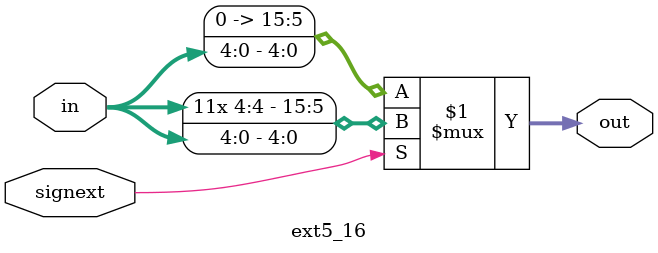
<source format=v>
module ext5_16 (in, signext, out);
    input [4:0] in;
    input signext;
    output [15:0] out;
    assign out = signext ? {{11{in[4]}}, {in}} : {{11{1'b0}}, {in}};
endmodule
</source>
